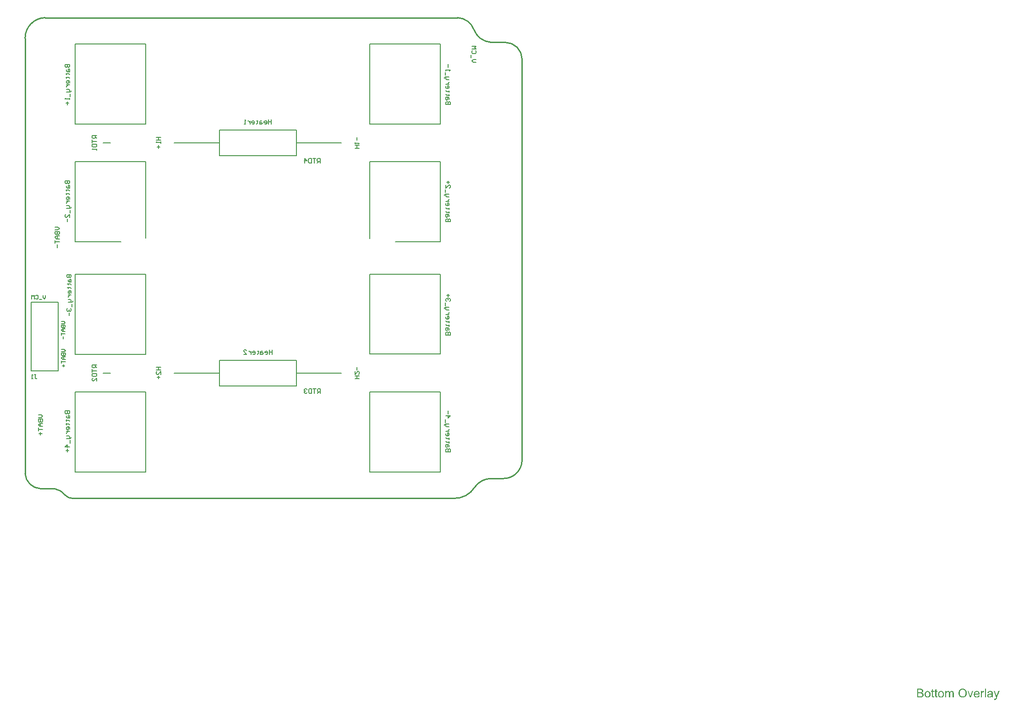
<source format=gbo>
G04*
G04 #@! TF.GenerationSoftware,Altium Limited,Altium Designer,18.1.7 (191)*
G04*
G04 Layer_Color=32896*
%FSLAX25Y25*%
%MOIN*%
G70*
G01*
G75*
%ADD11C,0.01000*%
%ADD13C,0.00787*%
%ADD14C,0.00799*%
%ADD36C,0.00709*%
G36*
X697269Y-140324D02*
X697369Y-140343D01*
X697487Y-140379D01*
X697615Y-140425D01*
X697761Y-140488D01*
X697915Y-140570D01*
X697633Y-141281D01*
X697624Y-141272D01*
X697587Y-141254D01*
X697533Y-141226D01*
X697460Y-141199D01*
X697378Y-141172D01*
X697278Y-141144D01*
X697178Y-141126D01*
X697077Y-141117D01*
X697032D01*
X696986Y-141126D01*
X696922Y-141135D01*
X696859Y-141153D01*
X696777Y-141181D01*
X696695Y-141217D01*
X696622Y-141272D01*
X696613Y-141281D01*
X696585Y-141299D01*
X696558Y-141336D01*
X696513Y-141381D01*
X696467Y-141445D01*
X696421Y-141518D01*
X696376Y-141600D01*
X696339Y-141700D01*
X696330Y-141718D01*
X696321Y-141773D01*
X696303Y-141855D01*
X696276Y-141964D01*
X696248Y-142101D01*
X696230Y-142256D01*
X696221Y-142420D01*
X696212Y-142602D01*
Y-144989D01*
X695437D01*
Y-140416D01*
X696139D01*
Y-141108D01*
X696148Y-141099D01*
X696185Y-141035D01*
X696230Y-140953D01*
X696303Y-140853D01*
X696376Y-140753D01*
X696458Y-140643D01*
X696540Y-140552D01*
X696622Y-140479D01*
X696631Y-140470D01*
X696658Y-140452D01*
X696713Y-140425D01*
X696768Y-140397D01*
X696840Y-140370D01*
X696932Y-140343D01*
X697023Y-140324D01*
X697123Y-140315D01*
X697187D01*
X697269Y-140324D01*
D02*
G37*
G36*
X674384D02*
X674448D01*
X674512Y-140333D01*
X674667Y-140361D01*
X674831Y-140406D01*
X675004Y-140479D01*
X675177Y-140570D01*
X675323Y-140698D01*
X675341Y-140716D01*
X675377Y-140771D01*
X675441Y-140853D01*
X675468Y-140917D01*
X675505Y-140980D01*
X675541Y-141062D01*
X675569Y-141144D01*
X675605Y-141235D01*
X675632Y-141345D01*
X675651Y-141454D01*
X675669Y-141582D01*
X675687Y-141709D01*
Y-141855D01*
Y-144989D01*
X674913D01*
Y-142119D01*
Y-142110D01*
Y-142101D01*
Y-142046D01*
Y-141964D01*
X674904Y-141864D01*
X674895Y-141755D01*
X674885Y-141645D01*
X674867Y-141536D01*
X674840Y-141454D01*
Y-141445D01*
X674822Y-141418D01*
X674803Y-141381D01*
X674776Y-141336D01*
X674740Y-141281D01*
X674694Y-141226D01*
X674639Y-141172D01*
X674567Y-141117D01*
X674557Y-141108D01*
X674530Y-141099D01*
X674494Y-141080D01*
X674430Y-141053D01*
X674366Y-141026D01*
X674284Y-141008D01*
X674202Y-140999D01*
X674102Y-140989D01*
X674056D01*
X674020Y-140999D01*
X673929Y-141008D01*
X673819Y-141026D01*
X673692Y-141071D01*
X673555Y-141126D01*
X673419Y-141208D01*
X673291Y-141317D01*
X673282Y-141336D01*
X673246Y-141381D01*
X673191Y-141454D01*
X673136Y-141563D01*
X673072Y-141709D01*
X673027Y-141882D01*
X672991Y-142092D01*
X672972Y-142338D01*
Y-144989D01*
X672198D01*
Y-142028D01*
Y-142019D01*
Y-142001D01*
Y-141982D01*
Y-141946D01*
X672189Y-141846D01*
X672171Y-141736D01*
X672152Y-141609D01*
X672116Y-141481D01*
X672070Y-141363D01*
X672007Y-141254D01*
X671997Y-141244D01*
X671970Y-141208D01*
X671925Y-141172D01*
X671861Y-141117D01*
X671779Y-141071D01*
X671669Y-141026D01*
X671542Y-140999D01*
X671387Y-140989D01*
X671333D01*
X671269Y-140999D01*
X671196Y-141008D01*
X671105Y-141035D01*
X670995Y-141062D01*
X670895Y-141108D01*
X670786Y-141163D01*
X670777Y-141172D01*
X670740Y-141199D01*
X670695Y-141235D01*
X670631Y-141290D01*
X670567Y-141363D01*
X670504Y-141454D01*
X670440Y-141554D01*
X670385Y-141673D01*
X670376Y-141691D01*
X670367Y-141736D01*
X670349Y-141809D01*
X670321Y-141910D01*
X670294Y-142046D01*
X670276Y-142210D01*
X670267Y-142402D01*
X670258Y-142620D01*
Y-144989D01*
X669483D01*
Y-140416D01*
X670176D01*
Y-141071D01*
X670185Y-141053D01*
X670212Y-141017D01*
X670267Y-140953D01*
X670330Y-140880D01*
X670412Y-140789D01*
X670513Y-140698D01*
X670622Y-140607D01*
X670749Y-140525D01*
X670768Y-140516D01*
X670813Y-140488D01*
X670886Y-140461D01*
X670986Y-140416D01*
X671105Y-140379D01*
X671241Y-140352D01*
X671396Y-140324D01*
X671560Y-140315D01*
X671642D01*
X671742Y-140324D01*
X671852Y-140343D01*
X671988Y-140370D01*
X672125Y-140406D01*
X672262Y-140461D01*
X672389Y-140534D01*
X672407Y-140543D01*
X672444Y-140570D01*
X672499Y-140616D01*
X672571Y-140689D01*
X672644Y-140771D01*
X672726Y-140871D01*
X672799Y-140989D01*
X672854Y-141126D01*
X672863Y-141117D01*
X672881Y-141090D01*
X672908Y-141053D01*
X672954Y-140999D01*
X673009Y-140935D01*
X673072Y-140871D01*
X673145Y-140798D01*
X673237Y-140716D01*
X673337Y-140643D01*
X673437Y-140570D01*
X673555Y-140507D01*
X673683Y-140443D01*
X673819Y-140388D01*
X673965Y-140352D01*
X674111Y-140324D01*
X674275Y-140315D01*
X674339D01*
X674384Y-140324D01*
D02*
G37*
G36*
X688113Y-144989D02*
X687375D01*
X685653Y-140416D01*
X686473D01*
X687457Y-143158D01*
Y-143167D01*
X687466Y-143176D01*
X687475Y-143203D01*
X687485Y-143230D01*
X687512Y-143322D01*
X687548Y-143440D01*
X687594Y-143577D01*
X687648Y-143732D01*
X687694Y-143905D01*
X687749Y-144078D01*
X687758Y-144060D01*
X687767Y-144014D01*
X687794Y-143941D01*
X687822Y-143832D01*
X687867Y-143713D01*
X687913Y-143559D01*
X687976Y-143394D01*
X688040Y-143212D01*
X689051Y-140416D01*
X689853D01*
X688113Y-144989D01*
D02*
G37*
G36*
X707244Y-145062D02*
Y-145071D01*
X707235Y-145098D01*
X707217Y-145134D01*
X707198Y-145180D01*
X707171Y-145244D01*
X707144Y-145317D01*
X707080Y-145472D01*
X707016Y-145645D01*
X706944Y-145818D01*
X706871Y-145973D01*
X706834Y-146036D01*
X706807Y-146100D01*
X706798Y-146118D01*
X706770Y-146164D01*
X706725Y-146228D01*
X706670Y-146310D01*
X706597Y-146401D01*
X706515Y-146492D01*
X706433Y-146583D01*
X706333Y-146656D01*
X706324Y-146665D01*
X706287Y-146683D01*
X706233Y-146711D01*
X706151Y-146747D01*
X706060Y-146783D01*
X705950Y-146811D01*
X705832Y-146829D01*
X705695Y-146838D01*
X705659D01*
X705613Y-146829D01*
X705550D01*
X705477Y-146811D01*
X705395Y-146792D01*
X705304Y-146774D01*
X705203Y-146738D01*
X705122Y-146018D01*
X705131D01*
X705167Y-146027D01*
X705213Y-146036D01*
X705267Y-146055D01*
X705413Y-146082D01*
X705559Y-146091D01*
X705604D01*
X705650Y-146082D01*
X705704D01*
X705841Y-146055D01*
X705905Y-146027D01*
X705969Y-146000D01*
X705978D01*
X705996Y-145982D01*
X706023Y-145964D01*
X706060Y-145936D01*
X706142Y-145863D01*
X706215Y-145763D01*
Y-145754D01*
X706233Y-145736D01*
X706251Y-145699D01*
X706269Y-145645D01*
X706306Y-145572D01*
X706342Y-145463D01*
X706397Y-145335D01*
X706452Y-145180D01*
Y-145171D01*
X706470Y-145134D01*
X706488Y-145071D01*
X706524Y-144989D01*
X704794Y-140416D01*
X705613D01*
X706570Y-143067D01*
Y-143076D01*
X706579Y-143085D01*
X706588Y-143112D01*
X706597Y-143158D01*
X706615Y-143203D01*
X706634Y-143258D01*
X706679Y-143385D01*
X706734Y-143540D01*
X706789Y-143722D01*
X706843Y-143914D01*
X706898Y-144123D01*
Y-144114D01*
X706907Y-144096D01*
X706916Y-144069D01*
X706925Y-144032D01*
X706934Y-143987D01*
X706953Y-143932D01*
X706989Y-143795D01*
X707035Y-143640D01*
X707098Y-143458D01*
X707153Y-143276D01*
X707226Y-143085D01*
X708210Y-140416D01*
X708984D01*
X707244Y-145062D01*
D02*
G37*
G36*
X702470Y-140324D02*
X702607Y-140333D01*
X702762Y-140352D01*
X702917Y-140379D01*
X703072Y-140416D01*
X703218Y-140461D01*
X703236Y-140470D01*
X703281Y-140488D01*
X703345Y-140516D01*
X703427Y-140552D01*
X703518Y-140607D01*
X703609Y-140662D01*
X703691Y-140734D01*
X703764Y-140807D01*
X703773Y-140816D01*
X703791Y-140844D01*
X703819Y-140889D01*
X703855Y-140944D01*
X703901Y-141026D01*
X703937Y-141108D01*
X703974Y-141208D01*
X704001Y-141326D01*
Y-141336D01*
X704010Y-141363D01*
X704019Y-141418D01*
X704028Y-141490D01*
Y-141591D01*
X704037Y-141709D01*
X704046Y-141864D01*
Y-142037D01*
Y-143076D01*
Y-143085D01*
Y-143121D01*
Y-143176D01*
Y-143249D01*
Y-143331D01*
Y-143431D01*
X704056Y-143650D01*
Y-143877D01*
X704065Y-144105D01*
X704074Y-144205D01*
Y-144296D01*
X704083Y-144378D01*
X704092Y-144442D01*
Y-144451D01*
X704101Y-144488D01*
X704110Y-144542D01*
X704138Y-144615D01*
X704156Y-144697D01*
X704192Y-144788D01*
X704238Y-144888D01*
X704283Y-144989D01*
X703473D01*
X703463Y-144980D01*
X703454Y-144943D01*
X703436Y-144898D01*
X703409Y-144825D01*
X703381Y-144743D01*
X703363Y-144643D01*
X703345Y-144533D01*
X703327Y-144415D01*
X703318D01*
X703309Y-144433D01*
X703254Y-144479D01*
X703172Y-144542D01*
X703063Y-144624D01*
X702926Y-144706D01*
X702789Y-144797D01*
X702643Y-144879D01*
X702489Y-144943D01*
X702470Y-144952D01*
X702416Y-144961D01*
X702334Y-144989D01*
X702234Y-145016D01*
X702106Y-145043D01*
X701960Y-145062D01*
X701796Y-145080D01*
X701632Y-145089D01*
X701559D01*
X701505Y-145080D01*
X701441D01*
X701368Y-145071D01*
X701204Y-145043D01*
X701022Y-144998D01*
X700821Y-144934D01*
X700639Y-144843D01*
X700475Y-144725D01*
X700457Y-144706D01*
X700412Y-144661D01*
X700348Y-144579D01*
X700275Y-144469D01*
X700202Y-144333D01*
X700138Y-144178D01*
X700093Y-143987D01*
X700084Y-143895D01*
X700074Y-143786D01*
Y-143768D01*
Y-143732D01*
X700084Y-143668D01*
X700093Y-143586D01*
X700111Y-143486D01*
X700138Y-143385D01*
X700175Y-143276D01*
X700220Y-143176D01*
X700229Y-143167D01*
X700248Y-143130D01*
X700284Y-143076D01*
X700330Y-143012D01*
X700384Y-142939D01*
X700457Y-142866D01*
X700530Y-142793D01*
X700621Y-142729D01*
X700630Y-142720D01*
X700667Y-142702D01*
X700712Y-142666D01*
X700785Y-142629D01*
X700867Y-142593D01*
X700967Y-142547D01*
X701067Y-142511D01*
X701186Y-142474D01*
X701195D01*
X701231Y-142465D01*
X701286Y-142447D01*
X701359Y-142438D01*
X701450Y-142420D01*
X701569Y-142402D01*
X701705Y-142374D01*
X701869Y-142356D01*
X701878D01*
X701915Y-142347D01*
X701960D01*
X702024Y-142338D01*
X702097Y-142329D01*
X702188Y-142310D01*
X702288Y-142301D01*
X702398Y-142283D01*
X702616Y-142237D01*
X702853Y-142192D01*
X703063Y-142137D01*
X703163Y-142110D01*
X703254Y-142083D01*
Y-142074D01*
Y-142055D01*
X703263Y-142001D01*
Y-141937D01*
Y-141901D01*
Y-141882D01*
Y-141873D01*
Y-141864D01*
Y-141809D01*
X703254Y-141718D01*
X703236Y-141618D01*
X703208Y-141509D01*
X703163Y-141399D01*
X703108Y-141299D01*
X703035Y-141217D01*
X703026Y-141208D01*
X702981Y-141172D01*
X702908Y-141135D01*
X702817Y-141080D01*
X702689Y-141035D01*
X702543Y-140989D01*
X702361Y-140962D01*
X702152Y-140953D01*
X702061D01*
X701969Y-140962D01*
X701842Y-140980D01*
X701714Y-140999D01*
X701578Y-141035D01*
X701450Y-141080D01*
X701341Y-141144D01*
X701332Y-141153D01*
X701295Y-141181D01*
X701250Y-141226D01*
X701195Y-141299D01*
X701140Y-141390D01*
X701077Y-141509D01*
X701022Y-141655D01*
X700967Y-141818D01*
X700211Y-141718D01*
Y-141709D01*
X700220Y-141700D01*
Y-141673D01*
X700229Y-141636D01*
X700257Y-141554D01*
X700293Y-141436D01*
X700339Y-141317D01*
X700393Y-141190D01*
X700466Y-141062D01*
X700548Y-140944D01*
X700557Y-140935D01*
X700594Y-140898D01*
X700648Y-140844D01*
X700721Y-140771D01*
X700821Y-140698D01*
X700940Y-140625D01*
X701077Y-140543D01*
X701231Y-140479D01*
X701241D01*
X701250Y-140470D01*
X701277Y-140461D01*
X701313Y-140452D01*
X701405Y-140425D01*
X701532Y-140397D01*
X701678Y-140370D01*
X701860Y-140343D01*
X702051Y-140324D01*
X702270Y-140315D01*
X702370D01*
X702470Y-140324D01*
D02*
G37*
G36*
X699136Y-144989D02*
X698362D01*
Y-138685D01*
X699136D01*
Y-144989D01*
D02*
G37*
G36*
X651518Y-138694D02*
X651591D01*
X651755Y-138712D01*
X651937Y-138730D01*
X652129Y-138767D01*
X652320Y-138812D01*
X652493Y-138876D01*
X652502D01*
X652511Y-138885D01*
X652566Y-138912D01*
X652648Y-138958D01*
X652739Y-139022D01*
X652848Y-139104D01*
X652967Y-139204D01*
X653076Y-139331D01*
X653176Y-139468D01*
X653185Y-139486D01*
X653213Y-139541D01*
X653258Y-139614D01*
X653304Y-139723D01*
X653349Y-139851D01*
X653395Y-139987D01*
X653422Y-140142D01*
X653431Y-140297D01*
Y-140315D01*
Y-140361D01*
X653422Y-140443D01*
X653404Y-140543D01*
X653377Y-140662D01*
X653331Y-140789D01*
X653276Y-140917D01*
X653204Y-141053D01*
X653195Y-141071D01*
X653167Y-141108D01*
X653113Y-141181D01*
X653040Y-141254D01*
X652949Y-141345D01*
X652839Y-141445D01*
X652703Y-141536D01*
X652548Y-141627D01*
X652557D01*
X652575Y-141636D01*
X652602Y-141645D01*
X652639Y-141664D01*
X652748Y-141700D01*
X652876Y-141764D01*
X653012Y-141846D01*
X653167Y-141946D01*
X653304Y-142064D01*
X653431Y-142210D01*
X653440Y-142228D01*
X653477Y-142283D01*
X653532Y-142365D01*
X653586Y-142474D01*
X653641Y-142620D01*
X653695Y-142775D01*
X653732Y-142957D01*
X653741Y-143158D01*
Y-143167D01*
Y-143176D01*
Y-143230D01*
X653732Y-143322D01*
X653714Y-143431D01*
X653695Y-143559D01*
X653659Y-143695D01*
X653614Y-143841D01*
X653550Y-143987D01*
X653541Y-144005D01*
X653513Y-144050D01*
X653477Y-144114D01*
X653422Y-144205D01*
X653349Y-144296D01*
X653276Y-144397D01*
X653185Y-144497D01*
X653085Y-144579D01*
X653076Y-144588D01*
X653040Y-144615D01*
X652976Y-144652D01*
X652894Y-144688D01*
X652794Y-144743D01*
X652675Y-144797D01*
X652548Y-144843D01*
X652393Y-144888D01*
X652375D01*
X652320Y-144907D01*
X652229Y-144916D01*
X652110Y-144934D01*
X651965Y-144952D01*
X651791Y-144971D01*
X651600Y-144980D01*
X651382Y-144989D01*
X648977D01*
Y-138685D01*
X651454D01*
X651518Y-138694D01*
D02*
G37*
G36*
X663042Y-140416D02*
X663826D01*
Y-141017D01*
X663042D01*
Y-143704D01*
Y-143722D01*
Y-143759D01*
Y-143814D01*
X663052Y-143877D01*
X663061Y-144023D01*
X663070Y-144087D01*
X663079Y-144132D01*
X663088Y-144151D01*
X663115Y-144187D01*
X663152Y-144233D01*
X663215Y-144278D01*
X663234Y-144287D01*
X663279Y-144306D01*
X663361Y-144324D01*
X663480Y-144333D01*
X663571D01*
X663616Y-144324D01*
X663680D01*
X663753Y-144315D01*
X663826Y-144306D01*
X663926Y-144989D01*
X663908D01*
X663871Y-144998D01*
X663808Y-145007D01*
X663726Y-145016D01*
X663634Y-145034D01*
X663534Y-145043D01*
X663334Y-145053D01*
X663261D01*
X663188Y-145043D01*
X663097Y-145034D01*
X662988Y-145025D01*
X662878Y-144998D01*
X662778Y-144971D01*
X662678Y-144925D01*
X662669Y-144916D01*
X662641Y-144898D01*
X662605Y-144870D01*
X662550Y-144825D01*
X662505Y-144779D01*
X662450Y-144715D01*
X662396Y-144652D01*
X662359Y-144570D01*
Y-144561D01*
X662341Y-144524D01*
X662332Y-144460D01*
X662314Y-144369D01*
X662295Y-144251D01*
X662286Y-144178D01*
Y-144096D01*
X662277Y-143996D01*
X662268Y-143895D01*
Y-143786D01*
Y-143659D01*
Y-141017D01*
X661694D01*
Y-140416D01*
X662268D01*
Y-139286D01*
X663042Y-138821D01*
Y-140416D01*
D02*
G37*
G36*
X660592D02*
X661375D01*
Y-141017D01*
X660592D01*
Y-143704D01*
Y-143722D01*
Y-143759D01*
Y-143814D01*
X660601Y-143877D01*
X660610Y-144023D01*
X660619Y-144087D01*
X660628Y-144132D01*
X660637Y-144151D01*
X660665Y-144187D01*
X660701Y-144233D01*
X660765Y-144278D01*
X660783Y-144287D01*
X660829Y-144306D01*
X660911Y-144324D01*
X661029Y-144333D01*
X661120D01*
X661166Y-144324D01*
X661230D01*
X661302Y-144315D01*
X661375Y-144306D01*
X661476Y-144989D01*
X661457D01*
X661421Y-144998D01*
X661357Y-145007D01*
X661275Y-145016D01*
X661184Y-145034D01*
X661084Y-145043D01*
X660883Y-145053D01*
X660810D01*
X660738Y-145043D01*
X660646Y-145034D01*
X660537Y-145025D01*
X660428Y-144998D01*
X660328Y-144971D01*
X660227Y-144925D01*
X660218Y-144916D01*
X660191Y-144898D01*
X660154Y-144870D01*
X660100Y-144825D01*
X660054Y-144779D01*
X660000Y-144715D01*
X659945Y-144652D01*
X659908Y-144570D01*
Y-144561D01*
X659890Y-144524D01*
X659881Y-144460D01*
X659863Y-144369D01*
X659845Y-144251D01*
X659836Y-144178D01*
Y-144096D01*
X659827Y-143996D01*
X659817Y-143895D01*
Y-143786D01*
Y-143659D01*
Y-141017D01*
X659243D01*
Y-140416D01*
X659817D01*
Y-139286D01*
X660592Y-138821D01*
Y-140416D01*
D02*
G37*
G36*
X692568Y-140324D02*
X692641Y-140333D01*
X692732Y-140352D01*
X692832Y-140370D01*
X692950Y-140397D01*
X693060Y-140425D01*
X693187Y-140470D01*
X693306Y-140516D01*
X693433Y-140579D01*
X693561Y-140652D01*
X693688Y-140734D01*
X693807Y-140835D01*
X693916Y-140944D01*
X693925Y-140953D01*
X693944Y-140971D01*
X693971Y-141008D01*
X694007Y-141062D01*
X694053Y-141126D01*
X694098Y-141199D01*
X694153Y-141290D01*
X694208Y-141399D01*
X694262Y-141518D01*
X694317Y-141645D01*
X694363Y-141791D01*
X694408Y-141946D01*
X694445Y-142119D01*
X694472Y-142301D01*
X694490Y-142493D01*
X694499Y-142702D01*
Y-142711D01*
Y-142748D01*
Y-142811D01*
X694490Y-142903D01*
X691074D01*
Y-142912D01*
Y-142939D01*
X691083Y-142975D01*
Y-143030D01*
X691092Y-143094D01*
X691110Y-143167D01*
X691138Y-143331D01*
X691192Y-143513D01*
X691265Y-143713D01*
X691365Y-143895D01*
X691493Y-144060D01*
X691502D01*
X691511Y-144078D01*
X691566Y-144123D01*
X691648Y-144187D01*
X691757Y-144251D01*
X691903Y-144324D01*
X692067Y-144387D01*
X692249Y-144433D01*
X692349Y-144442D01*
X692459Y-144451D01*
X692531D01*
X692613Y-144442D01*
X692714Y-144424D01*
X692823Y-144397D01*
X692950Y-144360D01*
X693069Y-144306D01*
X693187Y-144233D01*
X693196Y-144223D01*
X693242Y-144187D01*
X693297Y-144132D01*
X693361Y-144060D01*
X693433Y-143959D01*
X693515Y-143832D01*
X693597Y-143686D01*
X693670Y-143513D01*
X694472Y-143613D01*
Y-143622D01*
X694463Y-143640D01*
X694454Y-143677D01*
X694435Y-143732D01*
X694408Y-143786D01*
X694381Y-143859D01*
X694308Y-144014D01*
X694217Y-144187D01*
X694089Y-144369D01*
X693944Y-144542D01*
X693761Y-144706D01*
X693752D01*
X693734Y-144725D01*
X693707Y-144743D01*
X693670Y-144770D01*
X693615Y-144797D01*
X693561Y-144825D01*
X693488Y-144861D01*
X693406Y-144898D01*
X693315Y-144934D01*
X693224Y-144971D01*
X692996Y-145025D01*
X692741Y-145071D01*
X692459Y-145089D01*
X692358D01*
X692295Y-145080D01*
X692213Y-145071D01*
X692112Y-145053D01*
X692003Y-145034D01*
X691885Y-145016D01*
X691630Y-144943D01*
X691493Y-144888D01*
X691365Y-144834D01*
X691229Y-144761D01*
X691101Y-144679D01*
X690983Y-144588D01*
X690864Y-144479D01*
X690855Y-144469D01*
X690837Y-144451D01*
X690810Y-144415D01*
X690773Y-144360D01*
X690728Y-144296D01*
X690682Y-144223D01*
X690627Y-144132D01*
X690573Y-144032D01*
X690518Y-143914D01*
X690463Y-143786D01*
X690418Y-143640D01*
X690372Y-143486D01*
X690336Y-143322D01*
X690309Y-143139D01*
X690290Y-142948D01*
X690281Y-142748D01*
Y-142739D01*
Y-142693D01*
Y-142638D01*
X690290Y-142556D01*
X690300Y-142456D01*
X690309Y-142347D01*
X690327Y-142219D01*
X690354Y-142092D01*
X690427Y-141800D01*
X690473Y-141655D01*
X690527Y-141500D01*
X690600Y-141354D01*
X690682Y-141217D01*
X690773Y-141080D01*
X690873Y-140953D01*
X690882Y-140944D01*
X690901Y-140926D01*
X690937Y-140898D01*
X690983Y-140853D01*
X691037Y-140807D01*
X691110Y-140753D01*
X691192Y-140689D01*
X691292Y-140634D01*
X691393Y-140570D01*
X691511Y-140516D01*
X691639Y-140461D01*
X691775Y-140416D01*
X691921Y-140370D01*
X692076Y-140343D01*
X692240Y-140324D01*
X692413Y-140315D01*
X692504D01*
X692568Y-140324D01*
D02*
G37*
G36*
X666595D02*
X666677Y-140333D01*
X666768Y-140352D01*
X666869Y-140370D01*
X666987Y-140388D01*
X667233Y-140470D01*
X667360Y-140516D01*
X667488Y-140579D01*
X667616Y-140643D01*
X667743Y-140734D01*
X667862Y-140825D01*
X667980Y-140935D01*
X667989Y-140944D01*
X668007Y-140962D01*
X668035Y-140999D01*
X668071Y-141044D01*
X668117Y-141108D01*
X668171Y-141190D01*
X668226Y-141281D01*
X668281Y-141381D01*
X668335Y-141490D01*
X668390Y-141627D01*
X668445Y-141764D01*
X668490Y-141919D01*
X668527Y-142083D01*
X668554Y-142256D01*
X668572Y-142438D01*
X668581Y-142638D01*
Y-142648D01*
Y-142675D01*
Y-142720D01*
Y-142784D01*
X668572Y-142857D01*
X668563Y-142948D01*
Y-143039D01*
X668545Y-143139D01*
X668517Y-143367D01*
X668463Y-143595D01*
X668399Y-143823D01*
X668308Y-144032D01*
Y-144041D01*
X668299Y-144050D01*
X668281Y-144078D01*
X668262Y-144114D01*
X668199Y-144205D01*
X668117Y-144315D01*
X668007Y-144442D01*
X667871Y-144570D01*
X667716Y-144697D01*
X667534Y-144816D01*
X667524D01*
X667515Y-144825D01*
X667488Y-144843D01*
X667443Y-144861D01*
X667397Y-144879D01*
X667342Y-144898D01*
X667206Y-144952D01*
X667051Y-144998D01*
X666859Y-145043D01*
X666659Y-145080D01*
X666440Y-145089D01*
X666349D01*
X666276Y-145080D01*
X666194Y-145071D01*
X666103Y-145053D01*
X665994Y-145034D01*
X665885Y-145016D01*
X665639Y-144943D01*
X665502Y-144888D01*
X665375Y-144834D01*
X665247Y-144761D01*
X665119Y-144679D01*
X665001Y-144588D01*
X664883Y-144479D01*
X664874Y-144469D01*
X664855Y-144451D01*
X664828Y-144415D01*
X664791Y-144360D01*
X664746Y-144296D01*
X664700Y-144223D01*
X664646Y-144132D01*
X664591Y-144023D01*
X664536Y-143905D01*
X664482Y-143768D01*
X664436Y-143622D01*
X664391Y-143467D01*
X664354Y-143294D01*
X664327Y-143112D01*
X664309Y-142912D01*
X664299Y-142702D01*
Y-142684D01*
Y-142648D01*
X664309Y-142584D01*
Y-142493D01*
X664318Y-142392D01*
X664336Y-142265D01*
X664354Y-142137D01*
X664391Y-141992D01*
X664427Y-141846D01*
X664473Y-141691D01*
X664527Y-141527D01*
X664600Y-141372D01*
X664673Y-141226D01*
X664773Y-141080D01*
X664874Y-140944D01*
X665001Y-140825D01*
X665010Y-140816D01*
X665028Y-140807D01*
X665065Y-140780D01*
X665110Y-140744D01*
X665165Y-140707D01*
X665238Y-140662D01*
X665311Y-140616D01*
X665402Y-140570D01*
X665502Y-140525D01*
X665611Y-140479D01*
X665857Y-140397D01*
X666140Y-140333D01*
X666286Y-140324D01*
X666440Y-140315D01*
X666532D01*
X666595Y-140324D01*
D02*
G37*
G36*
X656793D02*
X656875Y-140333D01*
X656966Y-140352D01*
X657066Y-140370D01*
X657185Y-140388D01*
X657431Y-140470D01*
X657558Y-140516D01*
X657686Y-140579D01*
X657813Y-140643D01*
X657941Y-140734D01*
X658059Y-140825D01*
X658178Y-140935D01*
X658187Y-140944D01*
X658205Y-140962D01*
X658232Y-140999D01*
X658269Y-141044D01*
X658314Y-141108D01*
X658369Y-141190D01*
X658424Y-141281D01*
X658478Y-141381D01*
X658533Y-141490D01*
X658588Y-141627D01*
X658642Y-141764D01*
X658688Y-141919D01*
X658724Y-142083D01*
X658752Y-142256D01*
X658770Y-142438D01*
X658779Y-142638D01*
Y-142648D01*
Y-142675D01*
Y-142720D01*
Y-142784D01*
X658770Y-142857D01*
X658761Y-142948D01*
Y-143039D01*
X658743Y-143139D01*
X658715Y-143367D01*
X658661Y-143595D01*
X658597Y-143823D01*
X658506Y-144032D01*
Y-144041D01*
X658497Y-144050D01*
X658478Y-144078D01*
X658460Y-144114D01*
X658396Y-144205D01*
X658314Y-144315D01*
X658205Y-144442D01*
X658068Y-144570D01*
X657913Y-144697D01*
X657731Y-144816D01*
X657722D01*
X657713Y-144825D01*
X657686Y-144843D01*
X657640Y-144861D01*
X657595Y-144879D01*
X657540Y-144898D01*
X657403Y-144952D01*
X657248Y-144998D01*
X657057Y-145043D01*
X656857Y-145080D01*
X656638Y-145089D01*
X656547D01*
X656474Y-145080D01*
X656392Y-145071D01*
X656301Y-145053D01*
X656192Y-145034D01*
X656082Y-145016D01*
X655836Y-144943D01*
X655700Y-144888D01*
X655572Y-144834D01*
X655445Y-144761D01*
X655317Y-144679D01*
X655199Y-144588D01*
X655080Y-144479D01*
X655071Y-144469D01*
X655053Y-144451D01*
X655026Y-144415D01*
X654989Y-144360D01*
X654944Y-144296D01*
X654898Y-144223D01*
X654843Y-144132D01*
X654789Y-144023D01*
X654734Y-143905D01*
X654679Y-143768D01*
X654634Y-143622D01*
X654588Y-143467D01*
X654552Y-143294D01*
X654525Y-143112D01*
X654506Y-142912D01*
X654497Y-142702D01*
Y-142684D01*
Y-142648D01*
X654506Y-142584D01*
Y-142493D01*
X654515Y-142392D01*
X654534Y-142265D01*
X654552Y-142137D01*
X654588Y-141992D01*
X654625Y-141846D01*
X654670Y-141691D01*
X654725Y-141527D01*
X654798Y-141372D01*
X654871Y-141226D01*
X654971Y-141080D01*
X655071Y-140944D01*
X655199Y-140825D01*
X655208Y-140816D01*
X655226Y-140807D01*
X655262Y-140780D01*
X655308Y-140744D01*
X655363Y-140707D01*
X655436Y-140662D01*
X655508Y-140616D01*
X655599Y-140570D01*
X655700Y-140525D01*
X655809Y-140479D01*
X656055Y-140397D01*
X656337Y-140333D01*
X656483Y-140324D01*
X656638Y-140315D01*
X656729D01*
X656793Y-140324D01*
D02*
G37*
G36*
X682292Y-138584D02*
X682374D01*
X682456Y-138593D01*
X682565Y-138612D01*
X682674Y-138630D01*
X682911Y-138675D01*
X683185Y-138748D01*
X683449Y-138858D01*
X683585Y-138921D01*
X683722Y-138994D01*
X683731Y-139004D01*
X683749Y-139013D01*
X683786Y-139040D01*
X683841Y-139067D01*
X683895Y-139113D01*
X683968Y-139167D01*
X684123Y-139295D01*
X684287Y-139459D01*
X684469Y-139659D01*
X684642Y-139896D01*
X684788Y-140160D01*
Y-140170D01*
X684806Y-140197D01*
X684824Y-140233D01*
X684843Y-140288D01*
X684879Y-140361D01*
X684906Y-140443D01*
X684943Y-140543D01*
X684979Y-140652D01*
X685007Y-140771D01*
X685043Y-140898D01*
X685079Y-141044D01*
X685107Y-141190D01*
X685143Y-141509D01*
X685161Y-141855D01*
Y-141864D01*
Y-141901D01*
Y-141946D01*
X685152Y-142019D01*
Y-142101D01*
X685143Y-142201D01*
X685125Y-142310D01*
X685116Y-142429D01*
X685070Y-142693D01*
X684998Y-142984D01*
X684897Y-143276D01*
X684843Y-143422D01*
X684770Y-143568D01*
Y-143577D01*
X684752Y-143604D01*
X684733Y-143640D01*
X684697Y-143695D01*
X684660Y-143759D01*
X684615Y-143823D01*
X684487Y-143996D01*
X684332Y-144178D01*
X684150Y-144369D01*
X683932Y-144552D01*
X683676Y-144715D01*
X683667D01*
X683649Y-144734D01*
X683604Y-144752D01*
X683549Y-144779D01*
X683485Y-144807D01*
X683412Y-144834D01*
X683321Y-144870D01*
X683221Y-144907D01*
X683112Y-144943D01*
X682993Y-144980D01*
X682729Y-145034D01*
X682447Y-145080D01*
X682146Y-145098D01*
X682055D01*
X682000Y-145089D01*
X681918D01*
X681827Y-145071D01*
X681727Y-145062D01*
X681609Y-145043D01*
X681363Y-144989D01*
X681098Y-144916D01*
X680825Y-144807D01*
X680688Y-144743D01*
X680552Y-144670D01*
X680543Y-144661D01*
X680524Y-144652D01*
X680488Y-144624D01*
X680433Y-144588D01*
X680379Y-144552D01*
X680315Y-144497D01*
X680160Y-144360D01*
X679987Y-144196D01*
X679805Y-143996D01*
X679641Y-143768D01*
X679486Y-143504D01*
Y-143495D01*
X679468Y-143467D01*
X679450Y-143431D01*
X679431Y-143376D01*
X679404Y-143303D01*
X679377Y-143221D01*
X679340Y-143130D01*
X679313Y-143030D01*
X679276Y-142912D01*
X679240Y-142793D01*
X679185Y-142520D01*
X679149Y-142237D01*
X679131Y-141928D01*
Y-141919D01*
Y-141910D01*
Y-141855D01*
X679140Y-141773D01*
Y-141664D01*
X679158Y-141536D01*
X679176Y-141381D01*
X679204Y-141208D01*
X679240Y-141026D01*
X679276Y-140835D01*
X679331Y-140634D01*
X679404Y-140434D01*
X679486Y-140224D01*
X679577Y-140024D01*
X679695Y-139823D01*
X679823Y-139641D01*
X679969Y-139468D01*
X679978Y-139459D01*
X680005Y-139432D01*
X680060Y-139386D01*
X680124Y-139331D01*
X680206Y-139259D01*
X680306Y-139186D01*
X680424Y-139104D01*
X680561Y-139022D01*
X680707Y-138940D01*
X680871Y-138858D01*
X681053Y-138785D01*
X681244Y-138712D01*
X681454Y-138657D01*
X681672Y-138612D01*
X681900Y-138584D01*
X682146Y-138575D01*
X682228D01*
X682292Y-138584D01*
D02*
G37*
%LPC*%
G36*
X703263Y-142693D02*
X703254D01*
X703245Y-142702D01*
X703218Y-142711D01*
X703181Y-142720D01*
X703135Y-142739D01*
X703081Y-142757D01*
X703017Y-142775D01*
X702944Y-142793D01*
X702862Y-142821D01*
X702762Y-142839D01*
X702662Y-142866D01*
X702543Y-142893D01*
X702416Y-142921D01*
X702288Y-142948D01*
X702142Y-142966D01*
X701988Y-142994D01*
X701969D01*
X701915Y-143003D01*
X701824Y-143021D01*
X701723Y-143039D01*
X701614Y-143057D01*
X701505Y-143085D01*
X701405Y-143112D01*
X701313Y-143149D01*
X701304D01*
X701277Y-143167D01*
X701241Y-143185D01*
X701204Y-143212D01*
X701095Y-143285D01*
X701004Y-143394D01*
Y-143404D01*
X700985Y-143422D01*
X700976Y-143458D01*
X700958Y-143504D01*
X700940Y-143559D01*
X700922Y-143613D01*
X700913Y-143686D01*
X700904Y-143759D01*
Y-143768D01*
Y-143814D01*
X700913Y-143868D01*
X700931Y-143941D01*
X700958Y-144023D01*
X701004Y-144105D01*
X701058Y-144196D01*
X701131Y-144278D01*
X701140Y-144287D01*
X701177Y-144306D01*
X701231Y-144342D01*
X701304Y-144378D01*
X701405Y-144415D01*
X701523Y-144451D01*
X701660Y-144469D01*
X701824Y-144479D01*
X701896D01*
X701988Y-144469D01*
X702088Y-144451D01*
X702215Y-144433D01*
X702343Y-144397D01*
X702480Y-144351D01*
X702616Y-144287D01*
X702634Y-144278D01*
X702671Y-144251D01*
X702735Y-144205D01*
X702808Y-144141D01*
X702889Y-144069D01*
X702981Y-143977D01*
X703054Y-143868D01*
X703126Y-143750D01*
X703135Y-143741D01*
X703145Y-143704D01*
X703163Y-143640D01*
X703190Y-143559D01*
X703218Y-143449D01*
X703236Y-143322D01*
X703245Y-143167D01*
X703254Y-142984D01*
X703263Y-142693D01*
D02*
G37*
G36*
X651309Y-139432D02*
X649815D01*
Y-141326D01*
X651363D01*
X651482Y-141317D01*
X651609Y-141308D01*
X651737Y-141299D01*
X651864Y-141281D01*
X651965Y-141263D01*
X651983Y-141254D01*
X652019Y-141244D01*
X652074Y-141217D01*
X652147Y-141181D01*
X652220Y-141144D01*
X652302Y-141090D01*
X652384Y-141017D01*
X652447Y-140944D01*
X652457Y-140935D01*
X652475Y-140908D01*
X652502Y-140853D01*
X652529Y-140789D01*
X652557Y-140716D01*
X652584Y-140625D01*
X652602Y-140516D01*
X652611Y-140397D01*
Y-140379D01*
Y-140343D01*
X652602Y-140288D01*
X652593Y-140215D01*
X652575Y-140124D01*
X652548Y-140033D01*
X652511Y-139942D01*
X652457Y-139851D01*
X652447Y-139842D01*
X652429Y-139814D01*
X652393Y-139769D01*
X652347Y-139723D01*
X652283Y-139669D01*
X652211Y-139614D01*
X652119Y-139559D01*
X652019Y-139523D01*
X652010D01*
X651965Y-139505D01*
X651901Y-139495D01*
X651801Y-139477D01*
X651664Y-139459D01*
X651509Y-139450D01*
X651309Y-139432D01*
D02*
G37*
G36*
X651473Y-142074D02*
X649815D01*
Y-144242D01*
X651609D01*
X651801Y-144233D01*
X651883Y-144223D01*
X651956Y-144214D01*
X651965D01*
X652001Y-144205D01*
X652056Y-144196D01*
X652119Y-144178D01*
X652274Y-144123D01*
X652429Y-144050D01*
X652438Y-144041D01*
X652466Y-144023D01*
X652502Y-143996D01*
X652548Y-143959D01*
X652593Y-143905D01*
X652657Y-143850D01*
X652703Y-143777D01*
X652757Y-143695D01*
X652766Y-143686D01*
X652775Y-143659D01*
X652794Y-143604D01*
X652821Y-143540D01*
X652848Y-143467D01*
X652867Y-143376D01*
X652876Y-143267D01*
X652885Y-143158D01*
Y-143139D01*
Y-143103D01*
X652876Y-143030D01*
X652857Y-142948D01*
X652839Y-142857D01*
X652803Y-142757D01*
X652757Y-142657D01*
X652693Y-142556D01*
X652684Y-142547D01*
X652657Y-142511D01*
X652621Y-142465D01*
X652566Y-142411D01*
X652493Y-142347D01*
X652402Y-142283D01*
X652302Y-142228D01*
X652183Y-142183D01*
X652165Y-142174D01*
X652129Y-142165D01*
X652047Y-142146D01*
X651946Y-142128D01*
X651819Y-142110D01*
X651664Y-142092D01*
X651473Y-142074D01*
D02*
G37*
G36*
X692422Y-140953D02*
X692368D01*
X692331Y-140962D01*
X692231Y-140971D01*
X692112Y-140999D01*
X691967Y-141044D01*
X691812Y-141108D01*
X691666Y-141199D01*
X691520Y-141317D01*
X691502Y-141336D01*
X691466Y-141381D01*
X691402Y-141463D01*
X691338Y-141572D01*
X691265Y-141700D01*
X691201Y-141864D01*
X691147Y-142055D01*
X691119Y-142265D01*
X693679D01*
Y-142256D01*
Y-142237D01*
X693670Y-142210D01*
Y-142174D01*
X693652Y-142064D01*
X693625Y-141946D01*
X693579Y-141800D01*
X693534Y-141664D01*
X693461Y-141527D01*
X693379Y-141409D01*
Y-141399D01*
X693361Y-141390D01*
X693315Y-141336D01*
X693233Y-141263D01*
X693124Y-141181D01*
X692987Y-141099D01*
X692823Y-141026D01*
X692632Y-140971D01*
X692531Y-140962D01*
X692422Y-140953D01*
D02*
G37*
G36*
X666440D02*
X666386D01*
X666340Y-140962D01*
X666240Y-140971D01*
X666103Y-141008D01*
X665948Y-141062D01*
X665785Y-141135D01*
X665630Y-141244D01*
X665548Y-141317D01*
X665475Y-141390D01*
Y-141399D01*
X665456Y-141409D01*
X665438Y-141436D01*
X665411Y-141472D01*
X665384Y-141518D01*
X665356Y-141572D01*
X665320Y-141645D01*
X665283Y-141718D01*
X665247Y-141809D01*
X665210Y-141901D01*
X665183Y-142010D01*
X665156Y-142128D01*
X665129Y-142256D01*
X665110Y-142392D01*
X665101Y-142547D01*
X665092Y-142702D01*
Y-142711D01*
Y-142739D01*
Y-142784D01*
X665101Y-142848D01*
Y-142921D01*
X665110Y-143003D01*
X665138Y-143194D01*
X665183Y-143413D01*
X665256Y-143631D01*
X665347Y-143841D01*
X665411Y-143932D01*
X665475Y-144023D01*
X665484D01*
X665493Y-144041D01*
X665548Y-144087D01*
X665630Y-144160D01*
X665739Y-144233D01*
X665876Y-144315D01*
X666040Y-144387D01*
X666231Y-144433D01*
X666331Y-144442D01*
X666440Y-144451D01*
X666495D01*
X666541Y-144442D01*
X666641Y-144424D01*
X666778Y-144397D01*
X666923Y-144342D01*
X667087Y-144269D01*
X667242Y-144160D01*
X667324Y-144087D01*
X667397Y-144014D01*
X667406Y-144005D01*
X667415Y-143996D01*
X667433Y-143968D01*
X667461Y-143932D01*
X667488Y-143886D01*
X667524Y-143832D01*
X667561Y-143759D01*
X667597Y-143686D01*
X667634Y-143595D01*
X667661Y-143495D01*
X667698Y-143385D01*
X667725Y-143267D01*
X667752Y-143130D01*
X667770Y-142994D01*
X667789Y-142839D01*
Y-142675D01*
Y-142666D01*
Y-142638D01*
Y-142593D01*
X667780Y-142538D01*
Y-142465D01*
X667770Y-142383D01*
X667743Y-142192D01*
X667698Y-141992D01*
X667625Y-141773D01*
X667524Y-141572D01*
X667470Y-141472D01*
X667397Y-141390D01*
Y-141381D01*
X667379Y-141372D01*
X667324Y-141317D01*
X667242Y-141254D01*
X667133Y-141172D01*
X666996Y-141090D01*
X666832Y-141017D01*
X666650Y-140971D01*
X666550Y-140962D01*
X666440Y-140953D01*
D02*
G37*
G36*
X656638D02*
X656583D01*
X656538Y-140962D01*
X656438Y-140971D01*
X656301Y-141008D01*
X656146Y-141062D01*
X655982Y-141135D01*
X655827Y-141244D01*
X655745Y-141317D01*
X655672Y-141390D01*
Y-141399D01*
X655654Y-141409D01*
X655636Y-141436D01*
X655609Y-141472D01*
X655581Y-141518D01*
X655554Y-141572D01*
X655517Y-141645D01*
X655481Y-141718D01*
X655445Y-141809D01*
X655408Y-141901D01*
X655381Y-142010D01*
X655353Y-142128D01*
X655326Y-142256D01*
X655308Y-142392D01*
X655299Y-142547D01*
X655290Y-142702D01*
Y-142711D01*
Y-142739D01*
Y-142784D01*
X655299Y-142848D01*
Y-142921D01*
X655308Y-143003D01*
X655335Y-143194D01*
X655381Y-143413D01*
X655454Y-143631D01*
X655545Y-143841D01*
X655609Y-143932D01*
X655672Y-144023D01*
X655682D01*
X655691Y-144041D01*
X655745Y-144087D01*
X655827Y-144160D01*
X655937Y-144233D01*
X656073Y-144315D01*
X656237Y-144387D01*
X656428Y-144433D01*
X656529Y-144442D01*
X656638Y-144451D01*
X656693D01*
X656738Y-144442D01*
X656839Y-144424D01*
X656975Y-144397D01*
X657121Y-144342D01*
X657285Y-144269D01*
X657440Y-144160D01*
X657522Y-144087D01*
X657595Y-144014D01*
X657604Y-144005D01*
X657613Y-143996D01*
X657631Y-143968D01*
X657658Y-143932D01*
X657686Y-143886D01*
X657722Y-143832D01*
X657759Y-143759D01*
X657795Y-143686D01*
X657831Y-143595D01*
X657859Y-143495D01*
X657895Y-143385D01*
X657923Y-143267D01*
X657950Y-143130D01*
X657968Y-142994D01*
X657986Y-142839D01*
Y-142675D01*
Y-142666D01*
Y-142638D01*
Y-142593D01*
X657977Y-142538D01*
Y-142465D01*
X657968Y-142383D01*
X657941Y-142192D01*
X657895Y-141992D01*
X657822Y-141773D01*
X657722Y-141572D01*
X657667Y-141472D01*
X657595Y-141390D01*
Y-141381D01*
X657576Y-141372D01*
X657522Y-141317D01*
X657440Y-141254D01*
X657330Y-141172D01*
X657194Y-141090D01*
X657030Y-141017D01*
X656848Y-140971D01*
X656747Y-140962D01*
X656638Y-140953D01*
D02*
G37*
G36*
X682146Y-139295D02*
X682064D01*
X682000Y-139304D01*
X681918Y-139313D01*
X681836Y-139331D01*
X681736Y-139350D01*
X681627Y-139368D01*
X681390Y-139441D01*
X681262Y-139495D01*
X681135Y-139550D01*
X680998Y-139623D01*
X680871Y-139705D01*
X680743Y-139796D01*
X680625Y-139905D01*
X680616Y-139915D01*
X680597Y-139933D01*
X680570Y-139969D01*
X680524Y-140024D01*
X680479Y-140088D01*
X680424Y-140170D01*
X680370Y-140270D01*
X680306Y-140388D01*
X680251Y-140516D01*
X680187Y-140671D01*
X680133Y-140835D01*
X680087Y-141017D01*
X680042Y-141217D01*
X680014Y-141445D01*
X679996Y-141682D01*
X679987Y-141937D01*
Y-141946D01*
Y-141982D01*
Y-142046D01*
X679996Y-142128D01*
X680005Y-142219D01*
X680023Y-142329D01*
X680042Y-142456D01*
X680060Y-142584D01*
X680133Y-142875D01*
X680187Y-143021D01*
X680242Y-143176D01*
X680315Y-143322D01*
X680397Y-143467D01*
X680488Y-143604D01*
X680597Y-143732D01*
X680607Y-143741D01*
X680625Y-143759D01*
X680661Y-143795D01*
X680707Y-143832D01*
X680770Y-143886D01*
X680843Y-143941D01*
X680925Y-143996D01*
X681016Y-144060D01*
X681126Y-144123D01*
X681244Y-144178D01*
X681372Y-144233D01*
X681508Y-144287D01*
X681654Y-144324D01*
X681800Y-144360D01*
X681964Y-144378D01*
X682137Y-144387D01*
X682183D01*
X682228Y-144378D01*
X682292D01*
X682374Y-144369D01*
X682465Y-144351D01*
X682574Y-144333D01*
X682684Y-144306D01*
X682811Y-144269D01*
X682930Y-144223D01*
X683066Y-144178D01*
X683194Y-144114D01*
X683321Y-144032D01*
X683449Y-143950D01*
X683576Y-143850D01*
X683695Y-143732D01*
X683704Y-143722D01*
X683722Y-143704D01*
X683749Y-143659D01*
X683795Y-143604D01*
X683841Y-143540D01*
X683886Y-143458D01*
X683941Y-143358D01*
X684004Y-143249D01*
X684059Y-143121D01*
X684114Y-142975D01*
X684159Y-142821D01*
X684214Y-142657D01*
X684250Y-142474D01*
X684278Y-142274D01*
X684296Y-142064D01*
X684305Y-141846D01*
Y-141837D01*
Y-141809D01*
Y-141773D01*
Y-141718D01*
X684296Y-141655D01*
Y-141572D01*
X684287Y-141490D01*
X684269Y-141390D01*
X684241Y-141181D01*
X684196Y-140962D01*
X684132Y-140725D01*
X684041Y-140507D01*
Y-140498D01*
X684032Y-140479D01*
X684014Y-140452D01*
X683995Y-140416D01*
X683932Y-140306D01*
X683850Y-140179D01*
X683740Y-140033D01*
X683604Y-139887D01*
X683449Y-139741D01*
X683276Y-139614D01*
X683267D01*
X683257Y-139596D01*
X683230Y-139586D01*
X683185Y-139559D01*
X683139Y-139541D01*
X683084Y-139514D01*
X682948Y-139450D01*
X682784Y-139395D01*
X682592Y-139340D01*
X682374Y-139304D01*
X682146Y-139295D01*
D02*
G37*
%LPD*%
D11*
X40Y18031D02*
G03*
X11317Y6947I11796J722D01*
G01*
X29279Y2252D02*
G03*
X21524Y6947I-10086J-7908D01*
G01*
X29279Y2252D02*
G03*
X34488Y-72I4950J4095D01*
G01*
X311967Y-72D02*
G03*
X327284Y8149I575J17307D01*
G01*
X348242Y14356D02*
G03*
X361631Y27952I-102J13490D01*
G01*
X339435Y14356D02*
G03*
X327284Y8149I-253J-14503D01*
G01*
X361631Y319610D02*
G03*
X349410Y331905I-12330J-35D01*
G01*
X326575Y341338D02*
G03*
X338899Y331927I13326J4677D01*
G01*
X326575Y341220D02*
G03*
X314725Y349881I-12571J-4763D01*
G01*
X14449D02*
G03*
X45Y335005I609J-15002D01*
G01*
X11317Y6947D02*
X21524D01*
X34488Y-72D02*
X311967Y-72D01*
X339182Y14356D02*
X348242D01*
X361631Y27952D02*
X361631Y319610D01*
X338899Y331927D02*
X349301D01*
X16575Y349881D02*
X314725D01*
X14449D02*
X16575D01*
X40Y18031D02*
Y334880D01*
D13*
X250835Y189165D02*
Y244992D01*
X269602Y186721D02*
X302016D01*
X87791Y189299D02*
Y245035D01*
X36610Y186721D02*
X69736D01*
X36610Y104882D02*
X87791D01*
Y163201D01*
X36610D02*
X87791D01*
X36610Y104882D02*
Y163201D01*
X206224Y258819D02*
X211736D01*
X206224Y91181D02*
X211736D01*
X36610Y186721D02*
Y245035D01*
X87791D01*
X36610Y272358D02*
Y330736D01*
X87791D01*
Y272358D02*
Y330736D01*
X36610Y272358D02*
X87791D01*
X36610Y19185D02*
X87791D01*
Y77378D01*
X36610D02*
X87791D01*
X36610Y19185D02*
Y77378D01*
X108494Y258799D02*
X141376D01*
X197360D02*
X230242D01*
X197360Y249449D02*
Y268150D01*
X141376Y249449D02*
X197360D01*
X141376D02*
Y268150D01*
X197360D01*
X108494Y91181D02*
X141376D01*
X197360D02*
X230242D01*
X197360Y81831D02*
Y100531D01*
X141376Y81831D02*
X197360D01*
X141376D02*
Y100531D01*
X197360D01*
X56693Y258815D02*
X62205D01*
X302016Y19185D02*
Y77299D01*
X250835Y19185D02*
X302016D01*
X250835D02*
Y77299D01*
X302016D01*
X250835Y163201D02*
X302016D01*
X250835Y105102D02*
Y163201D01*
Y105102D02*
X302016D01*
Y163201D01*
Y186721D02*
Y244992D01*
X250835D02*
X302016D01*
Y272445D02*
Y330736D01*
X250835Y272445D02*
X302016D01*
X250835D02*
Y330736D01*
X302016D01*
X56693Y91197D02*
X62205D01*
D14*
X4606Y92831D02*
X24138D01*
X4606Y142850D02*
X24138D01*
Y92831D02*
Y142850D01*
X4606Y92831D02*
Y142850D01*
X243188Y254800D02*
X239988D01*
X241588D01*
Y256933D01*
X243188D01*
X239988D01*
Y257999D02*
Y259066D01*
Y258533D01*
X243188D01*
X242655Y257999D01*
X241588Y260666D02*
Y262799D01*
X95623Y95447D02*
X98823D01*
X97223D01*
Y93314D01*
X95623D01*
X98823D01*
Y90114D02*
Y92248D01*
X96690Y90114D01*
X96156D01*
X95623Y90648D01*
Y91714D01*
X96156Y92248D01*
X97223Y89048D02*
Y86915D01*
X96156Y87981D02*
X98290D01*
X95623Y262799D02*
X98823D01*
X97223D01*
Y260666D01*
X95623D01*
X98823D01*
Y259599D02*
Y258533D01*
Y259066D01*
X95623D01*
X96156Y259599D01*
X97223Y256933D02*
Y254800D01*
X96156Y255866D02*
X98290D01*
X243188Y86927D02*
X239988D01*
X241588D01*
Y89060D01*
X243188D01*
X239988D01*
Y92260D02*
Y90126D01*
X242121Y92260D01*
X242655D01*
X243188Y91726D01*
Y90660D01*
X242655Y90126D01*
X241588Y93326D02*
Y95459D01*
X6768Y90223D02*
X7835D01*
X7302D01*
Y87557D01*
X7835Y87024D01*
X8368D01*
X8902Y87557D01*
X5702Y87024D02*
X4635D01*
X5169D01*
Y90223D01*
X5702Y89690D01*
X328290Y317409D02*
X326157D01*
X325091Y318476D01*
X326157Y319543D01*
X328290D01*
X324557Y320609D02*
Y322742D01*
X327757Y325942D02*
X328290Y325409D01*
Y324342D01*
X327757Y323809D01*
X325624D01*
X325091Y324342D01*
Y325409D01*
X325624Y325942D01*
X325091Y327009D02*
X328290D01*
X327224Y328075D01*
X328290Y329142D01*
X325091D01*
X21800Y197398D02*
X23933D01*
X25000Y196331D01*
X23933Y195264D01*
X21800D01*
Y194198D02*
X25000D01*
Y192598D01*
X24467Y192065D01*
X23933D01*
X23400Y192598D01*
Y194198D01*
Y192598D01*
X22867Y192065D01*
X22333D01*
X21800Y192598D01*
Y194198D01*
X25000Y190998D02*
X22867D01*
X21800Y189931D01*
X22867Y188865D01*
X25000D01*
X23400D01*
Y190998D01*
X21800Y187798D02*
Y185665D01*
Y186732D01*
X25000D01*
X23400Y184599D02*
Y182465D01*
X9686Y60890D02*
X11819D01*
X12886Y59823D01*
X11819Y58757D01*
X9686D01*
Y57690D02*
X12886D01*
Y56090D01*
X12353Y55557D01*
X11819D01*
X11286Y56090D01*
Y57690D01*
Y56090D01*
X10753Y55557D01*
X10219D01*
X9686Y56090D01*
Y57690D01*
X12886Y54490D02*
X10753D01*
X9686Y53424D01*
X10753Y52357D01*
X12886D01*
X11286D01*
Y54490D01*
X9686Y51291D02*
Y49157D01*
Y50224D01*
X12886D01*
X11286Y48091D02*
Y45957D01*
X10219Y47024D02*
X12353D01*
X309488Y118788D02*
X306288D01*
Y120388D01*
X306821Y120921D01*
X307355D01*
X307888Y120388D01*
Y118788D01*
Y120388D01*
X308421Y120921D01*
X308955D01*
X309488Y120388D01*
Y118788D01*
X308421Y122521D02*
Y123588D01*
X307888Y124121D01*
X306288D01*
Y122521D01*
X306821Y121988D01*
X307355Y122521D01*
Y124121D01*
X308955Y125721D02*
X308421D01*
Y125188D01*
Y126254D01*
Y125721D01*
X306821D01*
X306288Y126254D01*
X308955Y128387D02*
X308421D01*
Y127854D01*
Y128921D01*
Y128387D01*
X306821D01*
X306288Y128921D01*
Y132121D02*
Y131054D01*
X306821Y130521D01*
X307888D01*
X308421Y131054D01*
Y132121D01*
X307888Y132654D01*
X307355D01*
Y130521D01*
X308421Y133720D02*
X306288D01*
X307355D01*
X307888Y134254D01*
X308421Y134787D01*
Y135320D01*
Y136920D02*
X306821D01*
X306288Y137453D01*
Y139053D01*
X305755D01*
X305222Y138520D01*
Y137987D01*
X306288Y139053D02*
X308421D01*
X305755Y140120D02*
Y142253D01*
X308955Y143320D02*
X309488Y143853D01*
Y144920D01*
X308955Y145453D01*
X308421D01*
X307888Y144920D01*
Y144386D01*
Y144920D01*
X307355Y145453D01*
X306821D01*
X306288Y144920D01*
Y143853D01*
X306821Y143320D01*
X307888Y146519D02*
Y148653D01*
X308955Y147586D02*
X306821D01*
X29188Y63688D02*
X32388D01*
Y62088D01*
X31855Y61555D01*
X31322D01*
X30788Y62088D01*
Y63688D01*
Y62088D01*
X30255Y61555D01*
X29722D01*
X29188Y62088D01*
Y63688D01*
X30255Y59955D02*
Y58889D01*
X30788Y58355D01*
X32388D01*
Y59955D01*
X31855Y60488D01*
X31322Y59955D01*
Y58355D01*
X29722Y56755D02*
X30255D01*
Y57289D01*
Y56222D01*
Y56755D01*
X31855D01*
X32388Y56222D01*
X29722Y54089D02*
X30255D01*
Y54622D01*
Y53556D01*
Y54089D01*
X31855D01*
X32388Y53556D01*
Y50356D02*
Y51423D01*
X31855Y51956D01*
X30788D01*
X30255Y51423D01*
Y50356D01*
X30788Y49823D01*
X31322D01*
Y51956D01*
X30255Y48756D02*
X32388D01*
X31322D01*
X30788Y48223D01*
X30255Y47689D01*
Y47156D01*
Y45556D02*
X31855D01*
X32388Y45023D01*
Y43423D01*
X32921D01*
X33455Y43956D01*
Y44490D01*
X32388Y43423D02*
X30255D01*
X32921Y42357D02*
Y40223D01*
X32388Y37557D02*
X29188D01*
X30788Y39157D01*
Y37023D01*
Y35957D02*
Y33824D01*
X29722Y34890D02*
X31855D01*
X214870Y76394D02*
Y79593D01*
X213270D01*
X212737Y79060D01*
Y77994D01*
X213270Y77460D01*
X214870D01*
X213804D02*
X212737Y76394D01*
X211670Y79593D02*
X209537D01*
X210604D01*
Y76394D01*
X208471Y79593D02*
Y76394D01*
X206871D01*
X206337Y76927D01*
Y79060D01*
X206871Y79593D01*
X208471D01*
X205271Y79060D02*
X204737Y79593D01*
X203671D01*
X203138Y79060D01*
Y78527D01*
X203671Y77994D01*
X204204D01*
X203671D01*
X203138Y77460D01*
Y76927D01*
X203671Y76394D01*
X204737D01*
X205271Y76927D01*
X29188Y315888D02*
X32388D01*
Y314288D01*
X31855Y313755D01*
X31322D01*
X30788Y314288D01*
Y315888D01*
Y314288D01*
X30255Y313755D01*
X29722D01*
X29188Y314288D01*
Y315888D01*
X30255Y312155D02*
Y311088D01*
X30788Y310555D01*
X32388D01*
Y312155D01*
X31855Y312688D01*
X31322Y312155D01*
Y310555D01*
X29722Y308955D02*
X30255D01*
Y309489D01*
Y308422D01*
Y308955D01*
X31855D01*
X32388Y308422D01*
X29722Y306289D02*
X30255D01*
Y306822D01*
Y305756D01*
Y306289D01*
X31855D01*
X32388Y305756D01*
Y302556D02*
Y303623D01*
X31855Y304156D01*
X30788D01*
X30255Y303623D01*
Y302556D01*
X30788Y302023D01*
X31322D01*
Y304156D01*
X30255Y300956D02*
X32388D01*
X31322D01*
X30788Y300423D01*
X30255Y299889D01*
Y299356D01*
Y297756D02*
X31855D01*
X32388Y297223D01*
Y295623D01*
X32921D01*
X33455Y296156D01*
Y296690D01*
X32388Y295623D02*
X30255D01*
X32921Y294556D02*
Y292423D01*
X32388Y291357D02*
Y290290D01*
Y290823D01*
X29188D01*
X29722Y291357D01*
X30788Y288690D02*
Y286557D01*
X29722Y287624D02*
X31855D01*
X214713Y244094D02*
Y247294D01*
X213113D01*
X212579Y246761D01*
Y245694D01*
X213113Y245161D01*
X214713D01*
X213646D02*
X212579Y244094D01*
X211513Y247294D02*
X209380D01*
X210446D01*
Y244094D01*
X208313Y247294D02*
Y244094D01*
X206713D01*
X206180Y244628D01*
Y246761D01*
X206713Y247294D01*
X208313D01*
X203513Y244094D02*
Y247294D01*
X205113Y245694D01*
X202980D01*
X52044Y97104D02*
X48844D01*
Y95504D01*
X49378Y94971D01*
X50444D01*
X50977Y95504D01*
Y97104D01*
Y96037D02*
X52044Y94971D01*
X48844Y93904D02*
Y91771D01*
Y92838D01*
X52044D01*
X48844Y90704D02*
X52044D01*
Y89104D01*
X51511Y88571D01*
X49378D01*
X48844Y89104D01*
Y90704D01*
X52044Y85372D02*
Y87505D01*
X49911Y85372D01*
X49378D01*
X48844Y85905D01*
Y86971D01*
X49378Y87505D01*
X52044Y264104D02*
X48844D01*
Y262504D01*
X49378Y261971D01*
X50444D01*
X50977Y262504D01*
Y264104D01*
Y263037D02*
X52044Y261971D01*
X48844Y260904D02*
Y258771D01*
Y259838D01*
X52044D01*
X48844Y257704D02*
X52044D01*
Y256104D01*
X51511Y255571D01*
X49378D01*
X48844Y256104D01*
Y257704D01*
X52044Y254505D02*
Y253438D01*
Y253971D01*
X48844D01*
X49378Y254505D01*
X179788Y108088D02*
Y104888D01*
Y106488D01*
X177655D01*
Y108088D01*
Y104888D01*
X174989D02*
X176055D01*
X176588Y105421D01*
Y106488D01*
X176055Y107021D01*
X174989D01*
X174455Y106488D01*
Y105955D01*
X176588D01*
X172855Y107021D02*
X171789D01*
X171256Y106488D01*
Y104888D01*
X172855D01*
X173389Y105421D01*
X172855Y105955D01*
X171256D01*
X169656Y107555D02*
Y107021D01*
X170189D01*
X169122D01*
X169656D01*
Y105421D01*
X169122Y104888D01*
X165923D02*
X166989D01*
X167523Y105421D01*
Y106488D01*
X166989Y107021D01*
X165923D01*
X165389Y106488D01*
Y105955D01*
X167523D01*
X164323Y107021D02*
Y104888D01*
Y105955D01*
X163789Y106488D01*
X163256Y107021D01*
X162723D01*
X158990Y104888D02*
X161123D01*
X158990Y107021D01*
Y107555D01*
X159523Y108088D01*
X160590D01*
X161123Y107555D01*
X179188Y275688D02*
Y272488D01*
Y274088D01*
X177055D01*
Y275688D01*
Y272488D01*
X174389D02*
X175455D01*
X175988Y273022D01*
Y274088D01*
X175455Y274621D01*
X174389D01*
X173855Y274088D01*
Y273555D01*
X175988D01*
X172255Y274621D02*
X171189D01*
X170656Y274088D01*
Y272488D01*
X172255D01*
X172789Y273022D01*
X172255Y273555D01*
X170656D01*
X169056Y275155D02*
Y274621D01*
X169589D01*
X168522D01*
X169056D01*
Y273022D01*
X168522Y272488D01*
X165323D02*
X166389D01*
X166922Y273022D01*
Y274088D01*
X166389Y274621D01*
X165323D01*
X164789Y274088D01*
Y273555D01*
X166922D01*
X163723Y274621D02*
Y272488D01*
Y273555D01*
X163189Y274088D01*
X162656Y274621D01*
X162123D01*
X160523Y272488D02*
X159456D01*
X159990D01*
Y275688D01*
X160523Y275155D01*
X309488Y33788D02*
X306288D01*
Y35388D01*
X306821Y35921D01*
X307355D01*
X307888Y35388D01*
Y33788D01*
Y35388D01*
X308421Y35921D01*
X308955D01*
X309488Y35388D01*
Y33788D01*
X308421Y37521D02*
Y38588D01*
X307888Y39121D01*
X306288D01*
Y37521D01*
X306821Y36988D01*
X307355Y37521D01*
Y39121D01*
X308955Y40721D02*
X308421D01*
Y40188D01*
Y41254D01*
Y40721D01*
X306821D01*
X306288Y41254D01*
X308955Y43387D02*
X308421D01*
Y42854D01*
Y43921D01*
Y43387D01*
X306821D01*
X306288Y43921D01*
Y47120D02*
Y46054D01*
X306821Y45521D01*
X307888D01*
X308421Y46054D01*
Y47120D01*
X307888Y47654D01*
X307355D01*
Y45521D01*
X308421Y48720D02*
X306288D01*
X307355D01*
X307888Y49254D01*
X308421Y49787D01*
Y50320D01*
Y51920D02*
X306821D01*
X306288Y52453D01*
Y54053D01*
X305755D01*
X305222Y53520D01*
Y52987D01*
X306288Y54053D02*
X308421D01*
X305755Y55120D02*
Y57253D01*
X306288Y59920D02*
X309488D01*
X307888Y58320D01*
Y60453D01*
Y61519D02*
Y63653D01*
X30403Y162854D02*
X33602D01*
Y161254D01*
X33069Y160721D01*
X32536D01*
X32002Y161254D01*
Y162854D01*
Y161254D01*
X31469Y160721D01*
X30936D01*
X30403Y161254D01*
Y162854D01*
X31469Y159121D02*
Y158055D01*
X32002Y157521D01*
X33602D01*
Y159121D01*
X33069Y159655D01*
X32536Y159121D01*
Y157521D01*
X30936Y155921D02*
X31469D01*
Y156455D01*
Y155388D01*
Y155921D01*
X33069D01*
X33602Y155388D01*
X30936Y153255D02*
X31469D01*
Y153788D01*
Y152722D01*
Y153255D01*
X33069D01*
X33602Y152722D01*
Y149522D02*
Y150589D01*
X33069Y151122D01*
X32002D01*
X31469Y150589D01*
Y149522D01*
X32002Y148989D01*
X32536D01*
Y151122D01*
X31469Y147922D02*
X33602D01*
X32536D01*
X32002Y147389D01*
X31469Y146855D01*
Y146322D01*
Y144722D02*
X33069D01*
X33602Y144189D01*
Y142589D01*
X34136D01*
X34669Y143122D01*
Y143656D01*
X33602Y142589D02*
X31469D01*
X34136Y141523D02*
Y139389D01*
X30936Y138323D02*
X30403Y137790D01*
Y136723D01*
X30936Y136190D01*
X31469D01*
X32002Y136723D01*
Y137256D01*
Y136723D01*
X32536Y136190D01*
X33069D01*
X33602Y136723D01*
Y137790D01*
X33069Y138323D01*
X32002Y135123D02*
Y132990D01*
X29188Y231188D02*
X32388D01*
Y229588D01*
X31855Y229055D01*
X31322D01*
X30788Y229588D01*
Y231188D01*
Y229588D01*
X30255Y229055D01*
X29722D01*
X29188Y229588D01*
Y231188D01*
X30255Y227455D02*
Y226389D01*
X30788Y225855D01*
X32388D01*
Y227455D01*
X31855Y227988D01*
X31322Y227455D01*
Y225855D01*
X29722Y224255D02*
X30255D01*
Y224789D01*
Y223722D01*
Y224255D01*
X31855D01*
X32388Y223722D01*
X29722Y221589D02*
X30255D01*
Y222122D01*
Y221056D01*
Y221589D01*
X31855D01*
X32388Y221056D01*
Y217856D02*
Y218922D01*
X31855Y219456D01*
X30788D01*
X30255Y218922D01*
Y217856D01*
X30788Y217323D01*
X31322D01*
Y219456D01*
X30255Y216256D02*
X32388D01*
X31322D01*
X30788Y215723D01*
X30255Y215189D01*
Y214656D01*
Y213056D02*
X31855D01*
X32388Y212523D01*
Y210923D01*
X32921D01*
X33455Y211456D01*
Y211990D01*
X32388Y210923D02*
X30255D01*
X32921Y209857D02*
Y207723D01*
X32388Y204523D02*
Y206657D01*
X30255Y204523D01*
X29722D01*
X29188Y205057D01*
Y206123D01*
X29722Y206657D01*
X30788Y203457D02*
Y201324D01*
X309488Y201288D02*
X306288D01*
Y202888D01*
X306821Y203421D01*
X307355D01*
X307888Y202888D01*
Y201288D01*
Y202888D01*
X308421Y203421D01*
X308955D01*
X309488Y202888D01*
Y201288D01*
X308421Y205021D02*
Y206088D01*
X307888Y206621D01*
X306288D01*
Y205021D01*
X306821Y204488D01*
X307355Y205021D01*
Y206621D01*
X308955Y208221D02*
X308421D01*
Y207688D01*
Y208754D01*
Y208221D01*
X306821D01*
X306288Y208754D01*
X308955Y210888D02*
X308421D01*
Y210354D01*
Y211421D01*
Y210888D01*
X306821D01*
X306288Y211421D01*
Y214620D02*
Y213554D01*
X306821Y213021D01*
X307888D01*
X308421Y213554D01*
Y214620D01*
X307888Y215154D01*
X307355D01*
Y213021D01*
X308421Y216220D02*
X306288D01*
X307355D01*
X307888Y216754D01*
X308421Y217287D01*
Y217820D01*
Y219420D02*
X306821D01*
X306288Y219953D01*
Y221553D01*
X305755D01*
X305222Y221020D01*
Y220487D01*
X306288Y221553D02*
X308421D01*
X305755Y222620D02*
Y224753D01*
X306288Y227953D02*
Y225820D01*
X308421Y227953D01*
X308955D01*
X309488Y227419D01*
Y226353D01*
X308955Y225820D01*
X307888Y229019D02*
Y231153D01*
X308955Y230086D02*
X306821D01*
X309488Y286588D02*
X306288D01*
Y288188D01*
X306821Y288721D01*
X307355D01*
X307888Y288188D01*
Y286588D01*
Y288188D01*
X308421Y288721D01*
X308955D01*
X309488Y288188D01*
Y286588D01*
X308421Y290321D02*
Y291388D01*
X307888Y291921D01*
X306288D01*
Y290321D01*
X306821Y289788D01*
X307355Y290321D01*
Y291921D01*
X308955Y293521D02*
X308421D01*
Y292988D01*
Y294054D01*
Y293521D01*
X306821D01*
X306288Y294054D01*
X308955Y296187D02*
X308421D01*
Y295654D01*
Y296721D01*
Y296187D01*
X306821D01*
X306288Y296721D01*
Y299921D02*
Y298854D01*
X306821Y298321D01*
X307888D01*
X308421Y298854D01*
Y299921D01*
X307888Y300454D01*
X307355D01*
Y298321D01*
X308421Y301520D02*
X306288D01*
X307355D01*
X307888Y302054D01*
X308421Y302587D01*
Y303120D01*
Y304720D02*
X306821D01*
X306288Y305253D01*
Y306853D01*
X305755D01*
X305222Y306320D01*
Y305787D01*
X306288Y306853D02*
X308421D01*
X305755Y307920D02*
Y310053D01*
X306288Y311120D02*
Y312186D01*
Y311653D01*
X309488D01*
X308955Y311120D01*
X307888Y313786D02*
Y315919D01*
D36*
X14941Y147838D02*
Y146001D01*
X14023Y145083D01*
X13104Y146001D01*
Y147838D01*
X12186Y144623D02*
X10349D01*
X7594Y147379D02*
X8053Y147838D01*
X8972D01*
X9431Y147379D01*
Y145542D01*
X8972Y145083D01*
X8053D01*
X7594Y145542D01*
X6676Y145083D02*
Y147838D01*
X5757Y146919D01*
X4839Y147838D01*
Y145083D01*
X26607Y108465D02*
X28444D01*
X29362Y107546D01*
X28444Y106628D01*
X26607D01*
Y105710D02*
X29362D01*
Y104332D01*
X28903Y103873D01*
X28444D01*
X27985Y104332D01*
Y105710D01*
Y104332D01*
X27525Y103873D01*
X27066D01*
X26607Y104332D01*
Y105710D01*
X29362Y102954D02*
X27525D01*
X26607Y102036D01*
X27525Y101118D01*
X29362D01*
X27985D01*
Y102954D01*
X26607Y100199D02*
Y98363D01*
Y99281D01*
X29362D01*
X27985Y97444D02*
Y95608D01*
X27066Y96526D02*
X28903D01*
X26532Y128776D02*
X28369D01*
X29287Y127857D01*
X28369Y126939D01*
X26532D01*
Y126021D02*
X29287D01*
Y124643D01*
X28828Y124184D01*
X28369D01*
X27910Y124643D01*
Y126021D01*
Y124643D01*
X27451Y124184D01*
X26992D01*
X26532Y124643D01*
Y126021D01*
X29287Y123266D02*
X27451D01*
X26532Y122347D01*
X27451Y121429D01*
X29287D01*
X27910D01*
Y123266D01*
X26532Y120510D02*
Y118674D01*
Y119592D01*
X29287D01*
X27910Y117755D02*
Y115919D01*
M02*

</source>
